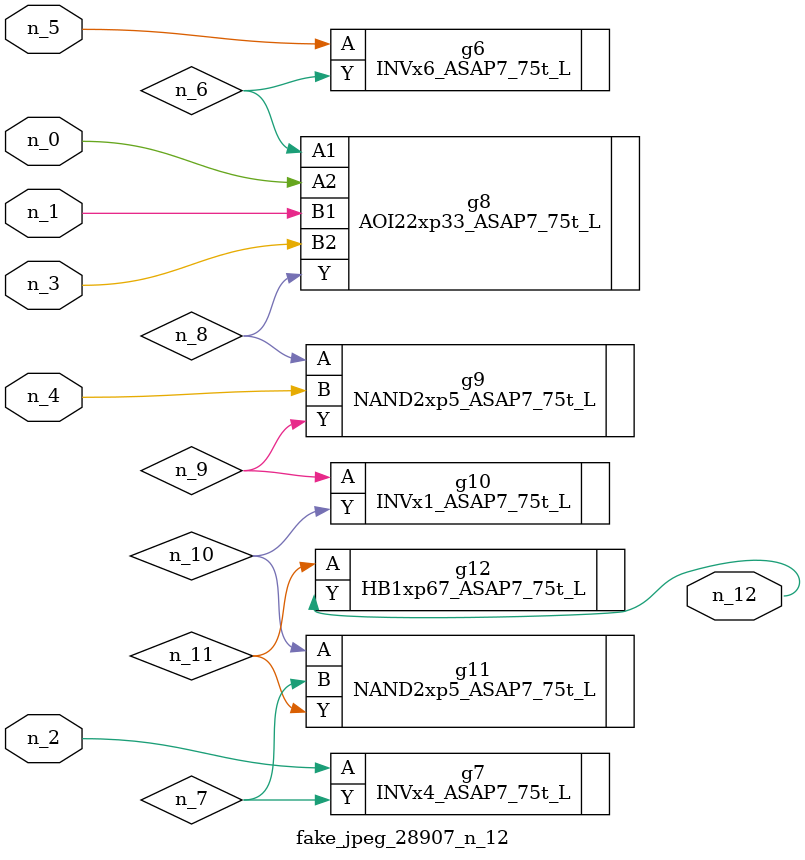
<source format=v>
module fake_jpeg_28907_n_12 (n_3, n_2, n_1, n_0, n_4, n_5, n_12);

input n_3;
input n_2;
input n_1;
input n_0;
input n_4;
input n_5;

output n_12;

wire n_11;
wire n_10;
wire n_8;
wire n_9;
wire n_6;
wire n_7;

INVx6_ASAP7_75t_L g6 ( 
.A(n_5),
.Y(n_6)
);

INVx4_ASAP7_75t_L g7 ( 
.A(n_2),
.Y(n_7)
);

AOI22xp33_ASAP7_75t_L g8 ( 
.A1(n_6),
.A2(n_0),
.B1(n_1),
.B2(n_3),
.Y(n_8)
);

NAND2xp5_ASAP7_75t_L g9 ( 
.A(n_8),
.B(n_4),
.Y(n_9)
);

INVx1_ASAP7_75t_L g10 ( 
.A(n_9),
.Y(n_10)
);

NAND2xp5_ASAP7_75t_L g11 ( 
.A(n_10),
.B(n_7),
.Y(n_11)
);

HB1xp67_ASAP7_75t_L g12 ( 
.A(n_11),
.Y(n_12)
);


endmodule
</source>
